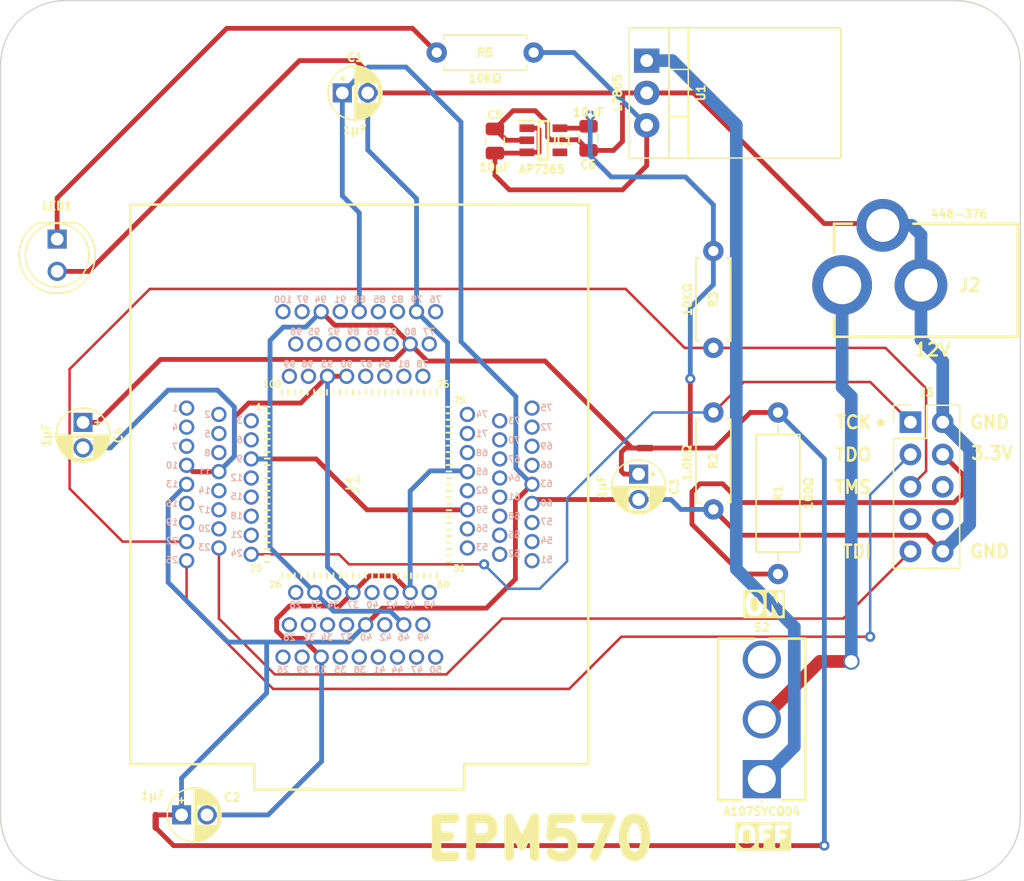
<source format=kicad_pcb>
(kicad_pcb (version 20240108) (generator "pcbnew") (generator_version "8.0")
  (title_block (title "EPM7160S") (date "2025-02-06") (rev "V0"))
  (layers (0 "F.Cu" signal) (31 "B.Cu" signal) (36 "B.SilkS" user "B.Silkscreen") (37 "F.SilkS" user "F.Silkscreen") (38 "B.Mask" user) (39 "F.Mask" user) (44 "Edge.Cuts" user))
  (net 0 "")
  (net 1 "/VCCIO")
  (net 2 "/GND")
  (net 3 "/TMS")
  (net 4 "/TDO")
  (net 5 "/TDI")
  (net 6 "/TCK")
  (net 7 "/VCCINT")
  (net 8 "/5V")
  (net 9 "/12V Socket")
  (net 12 "Net-(J3-Pin_4)")
  (net 14 "/12V")
  (net 16 "/IO44{slash}DEV CLR")
  (net 17 "/IO14{slash}GCLK1")
  (net 18 "/IO12{slash}GCLK0")
  (net 19 "/IO64{slash}GCLK3")
  (net 20 "/IO62{slash}GCLK2")
  (net 21 "/IO43{slash}DEV OE")
  (net 22 "/IO68")
  (net 23 "/IO19")
  (net 24 "/IO53")
  (net 25 "/IO35")
  (net 26 "/IO56")
  (net 27 "/IO87")
  (net 28 "/IO29")
  (net 29 "/IO15")
  (net 30 "/IO81")
  (net 31 "/IO67")
  (net 32 "/IO17")
  (net 33 "/IO58")
  (net 34 "/IO52")
  (net 35 "/IO77")
  (net 36 "/IO84")
  (net 37 "/IO4")
  (net 38 "/IO30")
  (net 39 "/IO50")
  (net 40 "/IO51")
  (net 41 "/IO70")
  (net 42 "/IO69")
  (net 43 "/IO2")
  (net 44 "/IO36")
  (net 45 "/IO49")
  (net 46 "/IO3")
  (net 47 "/IO89")
  (net 48 "/IO96")
  (net 49 "/IO28")
  (net 50 "/IO76")
  (net 51 "/IO91")
  (net 52 "/IO74")
  (net 53 "/IO82")
  (net 54 "/IO1")
  (net 55 "/IO99")
  (net 56 "/IO100")
  (net 57 "/IO26")
  (net 58 "/IO20")
  (net 59 "/IO7")
  (net 60 "/IO34")
  (net 61 "/IO61")
  (net 62 "/IO72")
  (net 63 "/IO54")
  (net 64 "/IO73")
  (net 65 "/IO16")
  (net 66 "/IO66")
  (net 67 "/IO21")
  (net 68 "/IO98")
  (net 69 "/IO33")
  (net 70 "/IO27")
  (net 71 "/IO71")
  (net 72 "/IO6")
  (net 73 "/IO40")
  (net 74 "/IO92")
  (net 75 "/IO57")
  (net 76 "/IO75")
  (net 77 "/IO97")
  (net 78 "/IO41")
  (net 79 "/IO85")
  (net 80 "/IO48")
  (net 81 "/IO78")
  (net 82 "/IO55")
  (net 83 "/IO83")
  (net 84 "/IO95")
  (net 85 "/IO47")
  (net 86 "/IO18")
  (net 87 "/IO86")
  (net 88 "/IO42")
  (net 89 "/IO38")
  (net 90 "/IO8")
  (net 91 "/IO5")
  (net 92 "/3.3V")
  (net 94 "Net-(LED1-K)")
  (footprint "SamacSys_Parts:CP_Radial_D4.0mm_P2.00mm" (layer "F.Cu") (at 10.356 -20.32)
    (property "Reference" "C1")
    (property "Value" "1μF")
  )
  (footprint "SamacSys_Parts:SOT95P285X130-5N" (layer "F.Cu") (at 26.164 -16.598)
    (property "Reference" "IC1")
    (property "Value" "AP7365-33WG-7" (hide yes))
  )
  (footprint "SamacSys_Parts:R_DIN_P7.62mm" (layer "F.Cu") (at 17.78 -23.495)
    (property "Reference" "R5")
    (property "Value" "10KΩ")
  )
  (footprint "NetTie:NetTie-2_SMD_Pad0.5mm" (layer "F.Cu") (at -4.318 36.957 90)
    (property "Reference" "NT4" (hide yes))
    (property "Value" "NetTie_2" (hide yes))
  )
  (footprint "SamacSys_Parts:LED_D5.0mm" (layer "F.Cu") (at -12.065 -8.828 -90)
    (property "Reference" "LED1")
    (property "Value" "Red")
  )
  (footprint "SamacSys_Parts:448376" (layer "F.Cu") (at 60.8838 -5.207)
    (property "Reference" "J2")
    (property "Value" "448-376")
  )
  (footprint "SamacSys_Parts:A107SYCQ04" (layer "F.Cu") (at 43.344 33.638)
    (property "Reference" "S2")
    (property "Value" "A107SYCQ04")
  )
  (footprint "SamacSys_Parts:TO-220-3_Vertical" (layer "F.Cu") (at 34.29 -22.86 -90)
    (property "Reference" "U1")
    (property "Value" "L7805")
  )
  (footprint "SamacSys_Parts:R_DIN_P12.70mm" (layer "F.Cu") (at 44.614 17.509 90)
    (property "Reference" "R1")
    (property "Value" "100Ω")
  )
  (footprint "SamacSys_Parts:C_0805" (layer "F.Cu") (at 29.718 -16.764 180)
    (property "Reference" "C6")
    (property "Value" "10µF")
  )
  (footprint "SamacSys_Parts:CP_Radial_D4.0mm_P2.00mm" (layer "F.Cu") (at 33.655 9.652 -90)
    (property "Reference" "C3")
    (property "Value" "1μF")
  )
  (footprint "Connector_PinHeader_2.54mm:PinHeader_2x05_P2.54mm_Vertical" (layer "F.Cu") (at 55.028 5.571)
    (property "Reference" "J3")
    (property "Value" "Conn_02x05_Counter_Clockwise")
  )
  (footprint "SamacSys_Parts:R_DIN_P7.62mm" (layer "F.Cu") (at 39.534 12.429 90)
    (property "Reference" "R2")
    (property "Value" "1.0KΩ")
  )
  (footprint "SamacSys_Parts:R_DIN_P7.62mm" (layer "F.Cu") (at 39.534 -7.891 -90)
    (property "Reference" "R3")
    (property "Value" "10KΩ")
  )
  (footprint "SamacSys_Parts:AllSocket-QFP-100-14X14-0.5-Clamshell" (layer "F.Cu") (at 10.677 9.445)
    (property "Reference" "J1")
    (property "Value" "~")
  )
  (footprint "SamacSys_Parts:CP_Radial_D4.0mm_P2.00mm" (layer "F.Cu") (at -2.286 36.449)
    (property "Reference" "C2")
    (property "Value" "1μF")
  )
  (footprint "NetTie:NetTie-2_SMD_Pad0.5mm" (layer "F.Cu") (at 34.155 7.604 180)
    (property "Reference" "NT5" (hide yes))
    (property "Value" "NetTie_2" (hide yes))
  )
  (footprint "SamacSys_Parts:C_0805" (layer "F.Cu") (at 22.354 -16.521)
    (property "Reference" "C5")
    (property "Value" "10µF")
  )
  (footprint "SamacSys_Parts:CP_Radial_D4.0mm_P2.00mm" (layer "F.Cu") (at -10.033 5.588 -90)
    (property "Reference" "C4")
    (property "Value" "1μF")
  )
  (gr_circle (center 52.705 5.605) (end 52.959 5.605) (stroke (width 0.1)) (fill solid) (layer "F.SilkS"))
  (gr_arc (start 58.592 -27.576) (mid 62.184102 -26.088102) (end 63.672 -22.496) (stroke (width 0.1)) (layer "Edge.Cuts"))
  (gr_line (start 63.672 36.559) (end 63.672 -22.496) (stroke (width 0.1)) (layer "Edge.Cuts"))
  (gr_arc (start -11.43 41.639) (mid -15.022102 40.151102) (end -16.51 36.559) (stroke (width 0.1)) (layer "Edge.Cuts"))
  (gr_line (start 58.592 -27.576) (end -11.43 -27.576) (stroke (width 0.1)) (layer "Edge.Cuts"))
  (gr_arc (start 63.672 36.559) (mid 62.184102 40.151102) (end 58.592 41.639) (stroke (width 0.1)) (layer "Edge.Cuts"))
  (gr_arc (start -16.51 -22.496) (mid -15.022102 -26.088102) (end -11.43 -27.576) (stroke (width 0.1)) (layer "Edge.Cuts"))
  (gr_line (start -11.43 41.639) (end 58.592 41.639) (stroke (width 0.1)) (layer "Edge.Cuts"))
  (gr_line (start -16.51 36.559) (end -16.51 -22.496) (stroke (width 0.1)) (layer "Edge.Cuts"))
  (gr_text "12V" (at 56.769 -0.127 0) (layer "F.SilkS") (effects (font (size 1 1) (thickness 0.2) (bold yes))))
  (gr_text "TCK" (at 52.07 5.588 0) (layer "F.SilkS") (effects (font (size 1 1) (thickness 0.2) (bold yes)) (justify right)))
  (gr_text "TDI" (at 52.07 15.748 0) (layer "F.SilkS") (effects (font (size 1 1) (thickness 0.2) (bold yes)) (justify right)))
  (gr_text "ON" (at 43.561 19.939 0) (layer "F.SilkS" knockout) (effects (font (size 1.5 1.5) (thickness 0.375) (bold yes))))
  (gr_text "TMS" (at 52.07 10.668 0) (layer "F.SilkS") (effects (font (size 1 1) (thickness 0.2) (bold yes)) (justify right)))
  (gr_text "TDO" (at 52.07 8.128 0) (layer "F.SilkS") (effects (font (size 1 1) (thickness 0.2) (bold yes)) (justify right)))
  (gr_text "3.3V" (at 59.69 8.001 0) (layer "F.SilkS") (effects (font (size 1 1) (thickness 0.2) (bold yes)) (justify left)))
  (gr_text "GND" (at 59.600001 5.571 0) (layer "F.SilkS") (effects (font (size 1 1) (thickness 0.2) (bold yes)) (justify left)))
  (gr_text "EPM570" (at 25.908 38.354 0) (layer "F.SilkS") (effects (font (size 3 3) (thickness 0.75) (bold yes))))
  (gr_text "OFF" (at 43.434 38.227 0) (layer "F.SilkS" knockout) (effects (font (size 1.5 1.5) (thickness 0.375) (bold yes))))
  (gr_text "GND" (at 59.600001 15.731 0) (layer "F.SilkS") (effects (font (size 1 1) (thickness 0.2) (bold yes)) (justify left)))
  (segment (start 32.619 7.604) (end 33.137 7.604) (width 0.38) (layer "F.Cu") (net 1))
  (segment (start 9.7578 -2.0542) (end 14.2178 -2.0542) (width 0.38) (layer "F.Cu") (net 1))
  (segment (start 32.298 9.4367) (end 32.298 7.925) (width 0.38) (layer "F.Cu") (net 1))
  (segment (start 32.5133 9.652) (end 32.298 9.4367) (width 0.38) (layer "F.Cu") (net 1))
  (segment (start 20.193 12.461) (end 12.296 12.461) (width 0.38) (layer "F.Cu") (net 1))
  (segment (start 32.298 7.925) (end 32.619 7.604) (width 0.38) (layer "F.Cu") (net 1))
  (segment (start 33.137 7.604) (end 26.296 0.763) (width 0.38) (layer "F.Cu") (net 1))
  (segment (start 14.478 0.636) (end 15.693 -0.579) (width 0.38) (layer "F.Cu") (net 1))
  (segment (start 8.693 -3.119) (end 9.7578 -2.0542) (width 0.38) (layer "F.Cu") (net 1))
  (segment (start 8.296 8.461) (end 3.193 8.461) (width 0.38) (layer "F.Cu") (net 1))
  (segment (start 26.296 0.763) (end 17.035 0.763) (width 0.38) (layer "F.Cu") (net 1))
  (segment (start 17.035 0.763) (end 15.693 -0.579) (width 0.38) (layer "F.Cu") (net 1))
  (segment (start -10.033 5.588) (end -8.8913 5.588) (width 0.38) (layer "F.Cu") (net 1))
  (segment (start 33.137 7.604) (end 33.655 7.604) (width 0.38) (layer "F.Cu") (net 1))
  (segment (start -8.8913 5.588) (end -3.9393 0.636) (width 0.38) (layer "F.Cu") (net 1))
  (segment (start 14.2178 -2.0542) (end 15.693 -0.579) (width 0.38) (layer "F.Cu") (net 1))
  (segment (start -3.9393 0.636) (end 14.478 0.636) (width 0.38) (layer "F.Cu") (net 1))
  (segment (start 33.655 9.652) (end 32.5133 9.652) (width 0.38) (layer "F.Cu") (net 1))
  (segment (start 12.296 12.461) (end 8.296 8.461) (width 0.38) (layer "F.Cu") (net 1))
  (segment (start 4.6743 15.4423) (end 4.6743 8.461) (width 0.38) (layer "B.Cu") (net 1))
  (segment (start 15.193 21.501) (end 14.1282 20.4362) (width 0.38) (layer "B.Cu") (net 1))
  (segment (start 4.6743 8.461) (end 3.193 8.461) (width 0.38) (layer "B.Cu") (net 1))
  (segment (start 8.693 -3.119) (end 7.479 -1.905) (width 0.38) (layer "B.Cu") (net 1))
  (segment (start 5.715 -1.905) (end 4.6743 -0.8643) (width 0.38) (layer "B.Cu") (net 1))
  (segment (start 7.479 -1.905) (end 5.715 -1.905) (width 0.38) (layer "B.Cu") (net 1))
  (segment (start 4.6743 -0.8643) (end 4.6743 8.461) (width 0.38) (layer "B.Cu") (net 1))
  (segment (start 9.6682 20.4362) (end 4.6743 15.4423) (width 0.38) (layer "B.Cu") (net 1))
  (segment (start 14.1282 20.4362) (end 9.6682 20.4362) (width 0.38) (layer "B.Cu") (net 1))
  (segment (start 0.653 9.461) (end 1.868 8.246) (width 0.38) (layer "F.Cu") (net 2))
  (segment (start 11.193 18.961) (end 10.128 20.026) (width 0.38) (layer "F.Cu") (net 2))
  (segment (start 34.29 -20.32) (end 37.973 -20.32) (width 0.38) (layer "F.Cu") (net 2))
  (segment (start 25.582 11.652) (end 25.273 11.961) (width 0.38) (layer "F.Cu") (net 2))
  (segment (start 5.1912 21.0398) (end 5.1912 21.9773) (width 0.38) (layer "F.Cu") (net 2))
  (segment (start -12.065 -6.288) (end -9.587 -6.288) (width 0.38) (layer "F.Cu") (net 2))
  (segment (start 24.864 -16.598) (end 23.243 -16.598) (width 0.38) (layer "F.Cu") (net 2))
  (segment (start 12.356 -21.934) (end 11.43 -22.86) (width 0.38) (layer "F.Cu") (net 2))
  (segment (start 5.7797 22.5658) (end 7.2178 22.5658) (width 0.38) (layer "F.Cu") (net 2))
  (segment (start 32.385 -20.32) (end 34.29 -20.32) (width 0.38) (layer "F.Cu") (net 2))
  (segment (start 23.79 -18.923) (end 22.354 -17.487) (width 0.38) (layer "F.Cu") (net 2))
  (segment (start -1.887 8.961) (end -1.387 9.461) (width 0.38) (layer "F.Cu") (net 2))
  (segment (start 9.193 1.961) (end 10.693 1.961) (width 0.38) (layer "F.Cu") (net 2))
  (segment (start 6.205 20.026) (end 5.1912 21.0398) (width 0.38) (layer "F.Cu") (net 2))
  (segment (start 33.655 11.652) (end 25.582 11.652) (width 0.38) (layer "F.Cu") (net 2))
  (segment (start 1.868 8.246) (end 1.868 5.19415) (width 0.38) (layer "F.Cu") (net 2))
  (segment (start 48.242 -10.051) (end 52.536 -10.051) (width 0.38) (layer "F.Cu") (net 2))
  (segment (start 32.385 -16.51) (end 31.673 -15.798) (width 0.38) (layer "F.Cu") (net 2))
  (segment (start 23.243 -16.598) (end 22.354 -17.487) (width 0.38) (layer "F.Cu") (net 2))
  (segment (start 12.5 17.654) (end 11.193 18.961) (width 0.38) (layer "F.Cu") (net 2))
  (segment (start 26.72 -16.637) (end 26.499 -16.858) (width 0.38) (layer "F.Cu") (net 2))
  (segment (start 11.43 -22.86) (end 6.985 -22.86) (width 0.38) (layer "F.Cu") (net 2))
  (segment (start 37.973 -20.32) (end 48.242 -10.051) (width 0.38) (layer "F.Cu") (net 2))
  (segment (start 32.385 -20.32) (end 32.385 -16.51) (width 0.38) (layer "F.Cu") (net 2))
  (segment (start 14.386 17.654) (end 12.5 17.654) (width 0.38) (layer "F.Cu") (net 2))
  (segment (start 5.1912 21.9773) (end 5.7797 22.5658) (width 0.38) (layer "F.Cu") (net 2))
  (segment (start -1.387 9.461) (end 0.653 9.461) (width 0.38) (layer "F.Cu") (net 2))
  (segment (start 57.568 15.731) (end 56.2965 14.4595) (width 0.38) (layer "F.Cu") (net 2))
  (segment (start 32.385 -20.32) (end 12.356 -20.32) (width 0.38) (layer "F.Cu") (net 2))
  (segment (start 26.499 -16.858) (end 26.499 -17.951) (width 0.38) (layer "F.Cu") (net 2))
  (segment (start -9.587 -6.288) (end 6.985 -22.86) (width 0.38) (layer "F.Cu") (net 2))
  (segment (start 2.99715 4.065) (end 7.089 4.065) (width 0.38) (layer "F.Cu") (net 2))
  (segment (start 26.499 -17.951) (end 25.527 -18.923) (width 0.38) (layer "F.Cu") (net 2))
  (segment (start 7.2178 22.5658) (end 8.693 24.041) (width 0.38) (layer "F.Cu") (net 2))
  (segment (start 29.718 -15.798) (end 28.879 -16.637) (width 0.38) (layer "F.Cu") (net 2))
  (segment (start 7.089 4.065) (end 9.193 1.961) (width 0.38) (layer "F.Cu") (net 2))
  (segment (start 31.673 -15.798) (end 29.718 -15.798) (width 0.38) (layer "F.Cu") (net 2))
  (segment (start 41.5645 14.4595) (end 39.534 12.429) (width 0.38) (layer "F.Cu") (net 2))
  (segment (start 25.527 -18.923) (end 23.79 -18.923) (width 0.38) (layer "F.Cu") (net 2))
  (segment (start 1.868 5.19415) (end 2.99715 4.065) (width 0.38) (layer "F.Cu") (net 2))
  (segment (start 12.356 -20.32) (end 12.356 -21.934) (width 0.38) (layer "F.Cu") (net 2))
  (segment (start 10.128 20.026) (end 6.205 20.026) (width 0.38) (layer "F.Cu") (net 2))
  (segment (start 28.879 -16.637) (end 26.72 -16.637) (width 0.38) (layer "F.Cu") (net 2))
  (segment (start 15.693 18.961) (end 14.386 17.654) (width 0.38) (layer "F.Cu") (net 2))
  (segment (start 56.2965 14.4595) (end 41.5645 14.4595) (width 0.38) (layer "F.Cu") (net 2))
  (segment (start 20.13 9.398) (end 20.193 9.461) (width 0.38) (layer "B.Cu") (net 2))
  (segment (start 9.193 1.961) (end 9.193 16.961) (width 0.38) (layer "B.Cu") (net 2))
  (segment (start 59.69 13.609) (end 57.568 15.731) (width 1) (layer "B.Cu") (net 2))
  (segment (start 57.568 0.799) (end 57.568 5.571) (width 1) (layer "B.Cu") (net 2))
  (segment (start 16.193 -3.119) (end 18.632 -0.68) (width 0.38) (layer "B.Cu") (net 2))
  (segment (start 15.693 10.977) (end 17.272 9.398) (width 0.38) (layer "B.Cu") (net 2))
  (segment (start 0.5388 3.048) (end -3.338 3.048) (width 0.38) (layer "B.Cu") (net 2))
  (segment (start 18.632 9.398) (end 20.13 9.398) (width 0.38) (layer "B.Cu") (net 2))
  (segment (start 55.857 -9.167) (end 55.117 -9.907) (width 1) (layer "B.Cu") (net 2))
  (segment (start 36.972 12.429) (end 36.195 11.652) (width 0.38) (layer "B.Cu") (net 2))
  (segment (start 12.356 -15.838) (end 16.193 -12.001) (width 0.38) (layer "B.Cu") (net 2))
  (segment (start 1.868 4.3772) (end 0.5388 3.048) (width 0.38) (layer "B.Cu") (net 2))
  (segment (start -3.338 3.048) (end -7.878 7.588) (width 0.38) (layer "B.Cu") (net 2))
  (segment (start 4.523 36.449) (end -0.286 36.449) (width 0.38) (layer "B.Cu") (net 2))
  (segment (start 55.857 -0.912) (end 57.568 0.799) (width 1) (layer "B.Cu") (net 2))
  (segment (start 16.193 -12.001) (end 16.193 -3.119) (width 0.38) (layer "B.Cu") (net 2))
  (segment (start 55.117 -9.907) (end 52.857 -9.907) (width 1) (layer "B.Cu") (net 2))
  (segment (start 0.653 9.461) (end 1.868 8.246) (width 0.38) (layer "B.Cu") (net 2))
  (segment (start 55.857 -5.207) (end 55.857 -9.167) (width 1) (layer "B.Cu") (net 2))
  (segment (start 17.272 9.398) (end 18.632 9.398) (width 0.38) (layer "B.Cu") (net 2))
  (segment (start 8.73 24.078) (end 8.73 32.242) (width 0.38) (layer "B.Cu") (net 2))
  (segment (start 59.69 7.693) (end 59.69 13.609) (width 1) (layer "B.Cu") (net 2))
  (segment (start 1.868 8.246) (end 1.868 4.3772) (width 0.38) (layer "B.Cu") (net 2))
  (segment (start 12.356 -20.32) (end 12.356 -15.838) (width 0.38) (layer "B.Cu") (net 2))
  (segment (start 15.693 18.961) (end 15.693 10.977) (width 0.38) (layer "B.Cu") (net 2))
  (segment (start 55.857 -5.207) (end 55.857 -0.912) (width 1) (layer "B.Cu") (net 2))
  (segment (start -7.878 7.588) (end -10.033 7.588) (width 0.38) (layer "B.Cu") (net 2))
  (segment (start 8.73 32.242) (end 4.523 36.449) (width 0.38) (layer "B.Cu") (net 2))
  (segment (start 57.568 5.571) (end 59.69 7.693) (width 1) (layer "B.Cu") (net 2))
  (segment (start 39.534 12.429) (end 36.972 12.429) (width 0.38) (layer "B.Cu") (net 2))
  (segment (start 18.632 -0.68) (end 18.632 9.398) (width 0.38) (layer "B.Cu") (net 2))
  (segment (start 9.193 16.961) (end 11.193 18.961) (width 0.38) (layer "B.Cu") (net 2))
  (segment (start 33.655 11.652) (end 36.195 11.652) (width 0.38) (layer "B.Cu") (net 2))
  (segment (start 32.64 -4.9057) (end -4.7823 -4.9057) (width 0.2) (layer "F.Cu") (net 3))
  (segment (start 56.261 2.921) (end 56.261 9.418) (width 0.2) (layer "F.Cu") (net 3))
  (segment (start 32.64 -4.9057) (end 37.2747 -0.271) (width 0.2) (layer "F.Cu") (net 3))
  (segment (start -6.921 14.961) (end -1.887 14.961) (width 0.2) (layer "F.Cu") (net 3))
  (segment (start 56.261 9.418) (end 55.028 10.651) (width 0.2) (layer "F.Cu") (net 3))
  (segment (start -11.0862 10.7958) (end -6.921 14.961) (width 0.2) (layer "F.Cu") (net 3))
  (segment (start -11.0862 1.3982) (end -11.0862 10.7958) (width 0.2) (layer "F.Cu") (net 3))
  (segment (start -4.7823 -4.9057) (end -11.0862 1.3982) (width 0.2) (layer "F.Cu") (net 3))
  (segment (start 53.069 -0.271) (end 56.261 2.921) (width 0.2) (layer "F.Cu") (net 3))
  (segment (start 39.534 -0.271) (end 53.069 -0.271) (width 0.2) (layer "F.Cu") (net 3))
  (segment (start 39.534 -0.271) (end 37.2747 -0.271) (width 0.2) (layer "F.Cu") (net 3))
  (segment (start -1.887 16.461) (end -1.887 19.741) (width 0.2) (layer "F.Cu") (net 4))
  (segment (start -1.887 19.741) (end 4.916 26.544) (width 0.2) (layer "F.Cu") (net 4))
  (segment (start 4.916 26.544) (end 28.193 26.544) (width 0.2) (layer "F.Cu") (net 4))
  (segment (start 32.2987 22.4383) (end 51.862 22.4383) (width 0.2) (layer "F.Cu") (net 4))
  (segment (start 28.193 26.544) (end 32.2987 22.4383) (width 0.2) (layer "F.Cu") (net 4))
  (via (at 51.862 22.4383) (size 0.8) (drill 0.4) (layers "F.Cu" "B.Cu") (net 4))
  (segment (start 51.862 11.277) (end 51.862 22.4383) (width 0.2) (layer "B.Cu") (net 4))
  (segment (start 55.028 8.111) (end 51.862 11.277) (width 0.2) (layer "B.Cu") (net 4))
  (segment (start 5.043 25.401) (end 0.6531 21.0111) (width 0.2) (layer "F.Cu") (net 5))
  (segment (start 55.028 15.731) (end 49.7445 21.0145) (width 0.2) (layer "F.Cu") (net 5))
  (segment (start 49.7445 21.0145) (end 22.9275 21.0145) (width 0.2) (layer "F.Cu") (net 5))
  (segment (start 22.9275 21.0145) (end 18.541 25.401) (width 0.2) (layer "F.Cu") (net 5))
  (segment (start 18.541 25.401) (end 5.043 25.401) (width 0.2) (layer "F.Cu") (net 5))
  (segment (start 0.6531 21.0111) (end 0.6531 15.461) (width 0.2) (layer "F.Cu") (net 5))
  (segment (start 55.028 5.571) (end 51.87 2.413) (width 0.2) (layer "F.Cu") (net 6))
  (segment (start 21.5054 16.7488) (end 10.885 16.7488) (width 0.2) (layer "F.Cu") (net 6))
  (segment (start 51.87 2.413) (end 41.93 2.413) (width 0.2) (layer "F.Cu") (net 6))
  (segment (start 41.93 2.413) (end 39.534 4.809) (width 0.2) (layer "F.Cu") (net 6))
  (segment (start 3.193 15.961) (end 10.0972 15.961) (width 0.2) (layer "F.Cu") (net 6))
  (segment (start 10.0972 15.961) (end 10.885 16.7488) (width 0.2) (layer "F.Cu") (net 6))
  (via (at 21.5054 16.7488) (size 0.8) (drill 0.4) (layers "F.Cu" "B.Cu") (net 6))
  (segment (start 23.4266 18.67) (end 21.5054 16.7488) (width 0.2) (layer "B.Cu") (net 6))
  (segment (start 25.871 18.67) (end 23.4266 18.67) (width 0.2) (layer "B.Cu") (net 6))
  (segment (start 28.03 16.511) (end 25.871 18.67) (width 0.2) (layer "B.Cu") (net 6))
  (segment (start 39.534 4.809) (end 34.779 4.809) (width 0.2) (layer "B.Cu") (net 6))
  (segment (start 28.03 11.558) (end 28.03 16.511) (width 0.2) (layer "B.Cu") (net 6))
  (segment (start 34.779 4.809) (end 28.03 11.558) (width 0.2) (layer "B.Cu") (net 6))
  (segment (start 23.966 17.908) (end 23.966 11.768) (width 0.38) (layer "F.Cu") (net 7))
  (segment (start -2.286 36.449) (end -4.31 36.449) (width 0.38) (layer "F.Cu") (net 7))
  (segment (start 21.68 20.194) (end 23.966 17.908) (width 0.38) (layer "F.Cu") (net 7))
  (segment (start 13.5 20.194) (end 21.68 20.194) (width 0.38) (layer "F.Cu") (net 7))
  (segment (start 23.966 11.768) (end 25.273 10.461) (width 0.38) (layer "F.Cu") (net 7))
  (segment (start 12.193 21.501) (end 13.5 20.194) (width 0.38) (layer "F.Cu") (net 7))
  (segment (start 19.685 -0.762) (end 24.003 3.556) (width 0.38) (layer "B.Cu") (net 7))
  (segment (start 15.367 -22.352) (end 19.685 -18.034) (width 0.38) (layer "B.Cu") (net 7))
  (segment (start 1.36 22.861) (end 4.408 22.861) (width 0.38) (layer "B.Cu") (net 7))
  (segment (start 4.408 22.861) (end 4.408 26.871) (width 0.38) (layer "B.Cu") (net 7))
  (segment (start 4.408 26.871) (end -2.286 33.565) (width 0.38) (layer "B.Cu") (net 7))
  (segment (start -2.286 33.565) (end -2.286 36.449) (width 0.38) (layer "B.Cu") (net 7))
  (segment (start 24.003 3.556) (end 24.003 9.191) (width 0.38) (layer "B.Cu") (net 7))
  (segment (start 12.193 21.501) (end 10.833 22.861) (width 0.38) (layer "B.Cu") (net 7))
  (segment (start -3.339 18.162) (end 1.36 22.861) (width 0.38) (layer "B.Cu") (net 7))
  (segment (start 10.833 22.861) (end 4.408 22.861) (width 0.38) (layer "B.Cu") (net 7))
  (segment (start -3.339 11.913) (end -3.339 18.162) (width 0.38) (layer "B.Cu") (net 7))
  (segment (start 10.356 -12.2265) (end 10.356 -20.32) (width 0.38) (layer "B.Cu") (net 7))
  (segment (start 24.003 9.191) (end 25.273 10.461) (width 0.38) (layer "B.Cu") (net 7))
  (segment (start 11.693 -10.8895) (end 10.356 -12.2265) (width 0.38) (layer "B.Cu") (net 7))
  (segment (start 11.693 -3.119) (end 11.693 -10.8895) (width 0.38) (layer "B.Cu") (net 7))
  (segment (start -1.887 10.461) (end -3.339 11.913) (width 0.38) (layer "B.Cu") (net 7))
  (segment (start 10.356 -20.32) (end 12.388 -22.352) (width 0.38) (layer "B.Cu") (net 7))
  (segment (start 12.388 -22.352) (end 15.367 -22.352) (width 0.38) (layer "B.Cu") (net 7))
  (segment (start 19.685 -18.034) (end 19.685 -0.762) (width 0.38) (layer "B.Cu") (net 7))
  (segment (start 22.354 -15.587) (end 22.354 -13.841) (width 0.38) (layer "F.Cu") (net 8))
  (segment (start 32.385 -12.7) (end 34.29 -14.605) (width 0.38) (layer "F.Cu") (net 8))
  (segment (start 25.829 -15.658) (end 25.829 -17.419756) (width 0.38) (layer "F.Cu") (net 8))
  (segment (start 25.700756 -17.548) (end 24.864 -17.548) (width 0.38) (layer "F.Cu") (net 8))
  (segment (start 25.819 -15.648) (end 25.829 -15.658) (width 0.38) (layer "F.Cu") (net 8))
  (segment (start 34.29 -14.605) (end 34.29 -17.78) (width 0.38) (layer "F.Cu") (net 8))
  (segment (start 22.354 -15.587) (end 24.803 -15.587) (width 0.38) (layer "F.Cu") (net 8))
  (segment (start 22.354 -13.841) (end 23.495 -12.7) (width 0.38) (layer "F.Cu") (net 8))
  (segment (start 24.864 -15.648) (end 25.819 -15.648) (width 0.38) (layer "F.Cu") (net 8))
  (segment (start 25.829 -17.419756) (end 25.700756 -17.548) (width 0.38) (layer "F.Cu") (net 8))
  (segment (start 23.495 -12.7) (end 32.385 -12.7) (width 0.38) (layer "F.Cu") (net 8))
  (segment (start 34.29 -17.78) (end 28.575 -23.495) (width 0.38) (layer "B.Cu") (net 8))
  (segment (start 28.575 -23.495) (end 25.4 -23.495) (width 0.38) (layer "B.Cu") (net 8))
  (segment (start 47.8978 24.3852) (end 50.3765 24.3852) (width 1) (layer "F.Cu") (net 9))
  (segment (start 43.344 28.939) (end 47.8978 24.3852) (width 1) (layer "F.Cu") (net 9))
  (via (at 50.3765 24.3852) (size 1.3) (drill 1) (layers "F.Cu" "B.Cu") (net 9))
  (segment (start 49.657 -5.207) (end 49.657 2.8365) (width 1) (layer "B.Cu") (net 9))
  (segment (start 49.657 2.8365) (end 50.3765 3.556) (width 1) (layer "B.Cu") (net 9))
  (segment (start 50.3765 3.556) (end 50.3765 24.3852) (width 1) (layer "B.Cu") (net 9))
  (segment (start 37.846 13.589) (end 37.846 11.049) (width 0.38) (layer "F.Cu") (net 12))
  (segment (start 37.846 11.049) (end 38.481 10.414) (width 0.38) (layer "F.Cu") (net 12))
  (segment (start 59.182 9.725) (end 57.568 8.111) (width 0.38) (layer "F.Cu") (net 12))
  (segment (start 41.736 11.891) (end 58.467 11.891) (width 0.38) (layer "F.Cu") (net 12))
  (segment (start 44.614 17.509) (end 41.766 17.509) (width 0.38) (layer "F.Cu") (net 12))
  (segment (start 38.481 10.414) (end 40.259 10.414) (width 0.38) (layer "F.Cu") (net 12))
  (segment (start 41.766 17.509) (end 37.846 13.589) (width 0.38) (layer "F.Cu") (net 12))
  (segment (start 59.182 11.176) (end 59.182 9.725) (width 0.38) (layer "F.Cu") (net 12))
  (segment (start 40.259 10.414) (end 41.736 11.891) (width 0.38) (layer "F.Cu") (net 12))
  (segment (start 58.467 11.891) (end 59.182 11.176) (width 0.38) (layer "F.Cu") (net 12))
  (segment (start 34.29 -22.86) (end 36.2917 -22.86) (width 1) (layer "B.Cu") (net 14))
  (segment (start 45.894 21.6702) (end 45.894 31.088) (width 1) (layer "B.Cu") (net 14))
  (segment (start 45.894 31.088) (end 43.344 33.638) (width 1) (layer "B.Cu") (net 14))
  (segment (start 41.3357 17.1119) (end 45.894 21.6702) (width 1) (layer "B.Cu") (net 14))
  (segment (start 36.2917 -22.86) (end 41.3357 -17.816) (width 1) (layer "B.Cu") (net 14))
  (segment (start 41.3357 -17.816) (end 41.3357 17.1119) (width 1) (layer "B.Cu") (net 14))
  (segment (start 29.845 -18.542) (end 29.845 -17.825) (width 0.38) (layer "F.Cu") (net 92))
  (segment (start 39.64 7.604) (end 42.435 4.809) (width 0.38) (layer "F.Cu") (net 92))
  (segment (start 37.719 7.62) (end 37.719 2.159) (width 0.38) (layer "F.Cu") (net 92))
  (segment (start 34.655 7.604) (end 39.64 7.604) (width 0.38) (layer "F.Cu") (net 92))
  (segment (start 27.464 -17.548) (end 29.568 -17.548) (width 0.38) (layer "F.Cu") (net 92))
  (segment (start 42.435 4.809) (end 44.614 4.809) (width 0.38) (layer "F.Cu") (net 92))
  (segment (start -2.913 38.862) (end 48.26 38.862) (width 0.38) (layer "F.Cu") (net 92))
  (segment (start -4.318 37.457) (end -2.913 38.862) (width 0.38) (layer "F.Cu") (net 92))
  (via (at 29.845 -18.542) (size 0.8) (drill 0.4) (layers "F.Cu" "B.Cu") (net 92))
  (via (at 48.26 38.862) (size 0.8) (drill 0.4) (layers "F.Cu" "B.Cu") (net 92))
  (via (at 37.719 2.159) (size 0.8) (drill 0.4) (layers "F.Cu" "B.Cu") (net 92))
  (segment (start 44.614 4.809) (end 48.26 8.455) (width 0.38) (layer "B.Cu") (net 92))
  (segment (start 39.534 -7.891) (end 39.534 -5.244) (width 0.38) (layer "B.Cu") (net 92))
  (segment (start 31.496 -13.716) (end 37.338 -13.716) (width 0.38) (layer "B.Cu") (net 92))
  (segment (start 29.845 -15.367) (end 31.496 -13.716) (width 0.38) (layer "B.Cu") (net 92))
  (segment (start 29.845 -18.542) (end 29.845 -15.367) (width 0.38) (layer "B.Cu") (net 92))
  (segment (start 39.534 -5.244) (end 37.719 -3.429) (width 0.38) (layer "B.Cu") (net 92))
  (segment (start 48.26 8.455) (end 48.26 38.862) (width 0.38) (layer "B.Cu") (net 92))
  (segment (start 37.338 -13.716) (end 39.534 -11.52) (width 0.38) (layer "B.Cu") (net 92))
  (segment (start 39.534 -11.52) (end 39.534 -7.891) (width 0.38) (layer "B.Cu") (net 92))
  (segment (start 37.719 2.159) (end 37.719 -3.429) (width 0.38) (layer "B.Cu") (net 92))
  (segment (start -12.065 -12.065) (end 1.27 -25.4) (width 0.38) (layer "F.Cu") (net 94))
  (segment (start 15.875 -25.4) (end 17.78 -23.495) (width 0.38) (layer "F.Cu") (net 94))
  (segment (start -12.065 -8.828) (end -12.065 -12.065) (width 0.38) (layer "F.Cu") (net 94))
  (segment (start 1.27 -25.4) (end 15.875 -25.4) (width 0.38) (layer "F.Cu") (net 94))
)
</source>
